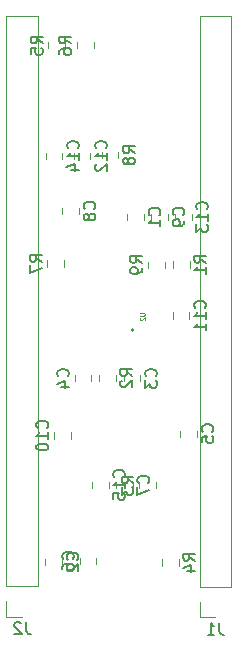
<source format=gbr>
%TF.GenerationSoftware,KiCad,Pcbnew,(5.1.6)-1*%
%TF.CreationDate,2020-09-14T14:29:29+02:00*%
%TF.ProjectId,STM32_blue_pill,53544d33-325f-4626-9c75-655f70696c6c,rev?*%
%TF.SameCoordinates,Original*%
%TF.FileFunction,Legend,Bot*%
%TF.FilePolarity,Positive*%
%FSLAX46Y46*%
G04 Gerber Fmt 4.6, Leading zero omitted, Abs format (unit mm)*
G04 Created by KiCad (PCBNEW (5.1.6)-1) date 2020-09-14 14:29:29*
%MOMM*%
%LPD*%
G01*
G04 APERTURE LIST*
%ADD10C,0.140000*%
%ADD11C,0.120000*%
%ADD12C,0.015000*%
%ADD13C,0.150000*%
G04 APERTURE END LIST*
D10*
%TO.C,U2*%
X131350000Y-87390000D02*
G75*
G03*
X131350000Y-87390000I-70000J0D01*
G01*
D11*
%TO.C,R9*%
X132600000Y-81601422D02*
X132600000Y-82118578D01*
X134020000Y-81601422D02*
X134020000Y-82118578D01*
%TO.C,R8*%
X130100000Y-72838578D02*
X130100000Y-72321422D01*
X128680000Y-72838578D02*
X128680000Y-72321422D01*
%TO.C,R7*%
X124100000Y-81493922D02*
X124100000Y-82011078D01*
X125520000Y-81493922D02*
X125520000Y-82011078D01*
%TO.C,R6*%
X126590000Y-63031422D02*
X126590000Y-63548578D01*
X128010000Y-63031422D02*
X128010000Y-63548578D01*
%TO.C,R5*%
X124170000Y-63028922D02*
X124170000Y-63546078D01*
X125590000Y-63028922D02*
X125590000Y-63546078D01*
%TO.C,R4*%
X135200000Y-107331078D02*
X135200000Y-106813922D01*
X133780000Y-107331078D02*
X133780000Y-106813922D01*
%TO.C,R3*%
X131870000Y-100268922D02*
X131870000Y-100786078D01*
X133290000Y-100268922D02*
X133290000Y-100786078D01*
%TO.C,R2*%
X129880000Y-91711078D02*
X129880000Y-91193922D01*
X128460000Y-91711078D02*
X128460000Y-91193922D01*
%TO.C,R1*%
X136140000Y-82098578D02*
X136140000Y-81581422D01*
X134720000Y-82098578D02*
X134720000Y-81581422D01*
%TO.C,J2*%
X120620000Y-60760000D02*
X123280000Y-60760000D01*
X120620000Y-109080000D02*
X120620000Y-60760000D01*
X123280000Y-109080000D02*
X123280000Y-60760000D01*
X120620000Y-109080000D02*
X123280000Y-109080000D01*
X120620000Y-110350000D02*
X120620000Y-111680000D01*
X120620000Y-111680000D02*
X121950000Y-111680000D01*
%TO.C,J1*%
X136990000Y-60800000D02*
X139650000Y-60800000D01*
X136990000Y-109120000D02*
X136990000Y-60800000D01*
X139650000Y-109120000D02*
X139650000Y-60800000D01*
X136990000Y-109120000D02*
X139650000Y-109120000D01*
X136990000Y-110390000D02*
X136990000Y-111720000D01*
X136990000Y-111720000D02*
X138320000Y-111720000D01*
%TO.C,C15*%
X129270000Y-100741078D02*
X129270000Y-100223922D01*
X127850000Y-100741078D02*
X127850000Y-100223922D01*
%TO.C,C14*%
X125360000Y-72906078D02*
X125360000Y-72388922D01*
X123940000Y-72906078D02*
X123940000Y-72388922D01*
%TO.C,C13*%
X136300000Y-78066078D02*
X136300000Y-77548922D01*
X134880000Y-78066078D02*
X134880000Y-77548922D01*
%TO.C,C12*%
X127740000Y-72906078D02*
X127740000Y-72388922D01*
X126320000Y-72906078D02*
X126320000Y-72388922D01*
%TO.C,C11*%
X136110000Y-86411078D02*
X136110000Y-85893922D01*
X134690000Y-86411078D02*
X134690000Y-85893922D01*
%TO.C,C10*%
X124650000Y-96053922D02*
X124650000Y-96571078D01*
X126070000Y-96053922D02*
X126070000Y-96571078D01*
%TO.C,C9*%
X134300000Y-78066078D02*
X134300000Y-77548922D01*
X132880000Y-78066078D02*
X132880000Y-77548922D01*
%TO.C,C8*%
X126770000Y-77568578D02*
X126770000Y-77051422D01*
X125350000Y-77568578D02*
X125350000Y-77051422D01*
%TO.C,C7*%
X131320000Y-100756078D02*
X131320000Y-100238922D01*
X129900000Y-100756078D02*
X129900000Y-100238922D01*
%TO.C,C6*%
X126820000Y-106683922D02*
X126820000Y-107201078D01*
X128240000Y-106683922D02*
X128240000Y-107201078D01*
%TO.C,C5*%
X136750000Y-96421078D02*
X136750000Y-95903922D01*
X135330000Y-96421078D02*
X135330000Y-95903922D01*
%TO.C,C4*%
X126400000Y-91223922D02*
X126400000Y-91741078D01*
X127820000Y-91223922D02*
X127820000Y-91741078D01*
%TO.C,C3*%
X131970000Y-91741078D02*
X131970000Y-91223922D01*
X130550000Y-91741078D02*
X130550000Y-91223922D01*
%TO.C,C2*%
X125330000Y-107286078D02*
X125330000Y-106768922D01*
X123910000Y-107286078D02*
X123910000Y-106768922D01*
%TO.C,C1*%
X132270000Y-78088578D02*
X132270000Y-77571422D01*
X130850000Y-78088578D02*
X130850000Y-77571422D01*
%TO.C,U2*%
D12*
X131921003Y-85939885D02*
X132240656Y-85939885D01*
X132278262Y-85958688D01*
X132297065Y-85977491D01*
X132315868Y-86015097D01*
X132315868Y-86090310D01*
X132297065Y-86127916D01*
X132278262Y-86146719D01*
X132240656Y-86165522D01*
X131921003Y-86165522D01*
X131958609Y-86334750D02*
X131939806Y-86353553D01*
X131921003Y-86391159D01*
X131921003Y-86485175D01*
X131939806Y-86522781D01*
X131958609Y-86541584D01*
X131996215Y-86560387D01*
X132033821Y-86560387D01*
X132090231Y-86541584D01*
X132315868Y-86315947D01*
X132315868Y-86560387D01*
%TO.C,R9*%
D13*
X132112380Y-81693333D02*
X131636190Y-81360000D01*
X132112380Y-81121904D02*
X131112380Y-81121904D01*
X131112380Y-81502857D01*
X131160000Y-81598095D01*
X131207619Y-81645714D01*
X131302857Y-81693333D01*
X131445714Y-81693333D01*
X131540952Y-81645714D01*
X131588571Y-81598095D01*
X131636190Y-81502857D01*
X131636190Y-81121904D01*
X132112380Y-82169523D02*
X132112380Y-82360000D01*
X132064761Y-82455238D01*
X132017142Y-82502857D01*
X131874285Y-82598095D01*
X131683809Y-82645714D01*
X131302857Y-82645714D01*
X131207619Y-82598095D01*
X131160000Y-82550476D01*
X131112380Y-82455238D01*
X131112380Y-82264761D01*
X131160000Y-82169523D01*
X131207619Y-82121904D01*
X131302857Y-82074285D01*
X131540952Y-82074285D01*
X131636190Y-82121904D01*
X131683809Y-82169523D01*
X131731428Y-82264761D01*
X131731428Y-82455238D01*
X131683809Y-82550476D01*
X131636190Y-82598095D01*
X131540952Y-82645714D01*
%TO.C,R8*%
X131492380Y-72413333D02*
X131016190Y-72080000D01*
X131492380Y-71841904D02*
X130492380Y-71841904D01*
X130492380Y-72222857D01*
X130540000Y-72318095D01*
X130587619Y-72365714D01*
X130682857Y-72413333D01*
X130825714Y-72413333D01*
X130920952Y-72365714D01*
X130968571Y-72318095D01*
X131016190Y-72222857D01*
X131016190Y-71841904D01*
X130920952Y-72984761D02*
X130873333Y-72889523D01*
X130825714Y-72841904D01*
X130730476Y-72794285D01*
X130682857Y-72794285D01*
X130587619Y-72841904D01*
X130540000Y-72889523D01*
X130492380Y-72984761D01*
X130492380Y-73175238D01*
X130540000Y-73270476D01*
X130587619Y-73318095D01*
X130682857Y-73365714D01*
X130730476Y-73365714D01*
X130825714Y-73318095D01*
X130873333Y-73270476D01*
X130920952Y-73175238D01*
X130920952Y-72984761D01*
X130968571Y-72889523D01*
X131016190Y-72841904D01*
X131111428Y-72794285D01*
X131301904Y-72794285D01*
X131397142Y-72841904D01*
X131444761Y-72889523D01*
X131492380Y-72984761D01*
X131492380Y-73175238D01*
X131444761Y-73270476D01*
X131397142Y-73318095D01*
X131301904Y-73365714D01*
X131111428Y-73365714D01*
X131016190Y-73318095D01*
X130968571Y-73270476D01*
X130920952Y-73175238D01*
%TO.C,R7*%
X123612380Y-81585833D02*
X123136190Y-81252500D01*
X123612380Y-81014404D02*
X122612380Y-81014404D01*
X122612380Y-81395357D01*
X122660000Y-81490595D01*
X122707619Y-81538214D01*
X122802857Y-81585833D01*
X122945714Y-81585833D01*
X123040952Y-81538214D01*
X123088571Y-81490595D01*
X123136190Y-81395357D01*
X123136190Y-81014404D01*
X122612380Y-81919166D02*
X122612380Y-82585833D01*
X123612380Y-82157261D01*
%TO.C,R6*%
X126102380Y-63123333D02*
X125626190Y-62790000D01*
X126102380Y-62551904D02*
X125102380Y-62551904D01*
X125102380Y-62932857D01*
X125150000Y-63028095D01*
X125197619Y-63075714D01*
X125292857Y-63123333D01*
X125435714Y-63123333D01*
X125530952Y-63075714D01*
X125578571Y-63028095D01*
X125626190Y-62932857D01*
X125626190Y-62551904D01*
X125102380Y-63980476D02*
X125102380Y-63790000D01*
X125150000Y-63694761D01*
X125197619Y-63647142D01*
X125340476Y-63551904D01*
X125530952Y-63504285D01*
X125911904Y-63504285D01*
X126007142Y-63551904D01*
X126054761Y-63599523D01*
X126102380Y-63694761D01*
X126102380Y-63885238D01*
X126054761Y-63980476D01*
X126007142Y-64028095D01*
X125911904Y-64075714D01*
X125673809Y-64075714D01*
X125578571Y-64028095D01*
X125530952Y-63980476D01*
X125483333Y-63885238D01*
X125483333Y-63694761D01*
X125530952Y-63599523D01*
X125578571Y-63551904D01*
X125673809Y-63504285D01*
%TO.C,R5*%
X123682380Y-63120833D02*
X123206190Y-62787500D01*
X123682380Y-62549404D02*
X122682380Y-62549404D01*
X122682380Y-62930357D01*
X122730000Y-63025595D01*
X122777619Y-63073214D01*
X122872857Y-63120833D01*
X123015714Y-63120833D01*
X123110952Y-63073214D01*
X123158571Y-63025595D01*
X123206190Y-62930357D01*
X123206190Y-62549404D01*
X122682380Y-64025595D02*
X122682380Y-63549404D01*
X123158571Y-63501785D01*
X123110952Y-63549404D01*
X123063333Y-63644642D01*
X123063333Y-63882738D01*
X123110952Y-63977976D01*
X123158571Y-64025595D01*
X123253809Y-64073214D01*
X123491904Y-64073214D01*
X123587142Y-64025595D01*
X123634761Y-63977976D01*
X123682380Y-63882738D01*
X123682380Y-63644642D01*
X123634761Y-63549404D01*
X123587142Y-63501785D01*
%TO.C,R4*%
X136592380Y-106905833D02*
X136116190Y-106572500D01*
X136592380Y-106334404D02*
X135592380Y-106334404D01*
X135592380Y-106715357D01*
X135640000Y-106810595D01*
X135687619Y-106858214D01*
X135782857Y-106905833D01*
X135925714Y-106905833D01*
X136020952Y-106858214D01*
X136068571Y-106810595D01*
X136116190Y-106715357D01*
X136116190Y-106334404D01*
X135925714Y-107762976D02*
X136592380Y-107762976D01*
X135544761Y-107524880D02*
X136259047Y-107286785D01*
X136259047Y-107905833D01*
%TO.C,R3*%
X131382380Y-100360833D02*
X130906190Y-100027500D01*
X131382380Y-99789404D02*
X130382380Y-99789404D01*
X130382380Y-100170357D01*
X130430000Y-100265595D01*
X130477619Y-100313214D01*
X130572857Y-100360833D01*
X130715714Y-100360833D01*
X130810952Y-100313214D01*
X130858571Y-100265595D01*
X130906190Y-100170357D01*
X130906190Y-99789404D01*
X130382380Y-100694166D02*
X130382380Y-101313214D01*
X130763333Y-100979880D01*
X130763333Y-101122738D01*
X130810952Y-101217976D01*
X130858571Y-101265595D01*
X130953809Y-101313214D01*
X131191904Y-101313214D01*
X131287142Y-101265595D01*
X131334761Y-101217976D01*
X131382380Y-101122738D01*
X131382380Y-100837023D01*
X131334761Y-100741785D01*
X131287142Y-100694166D01*
%TO.C,R2*%
X131272380Y-91285833D02*
X130796190Y-90952500D01*
X131272380Y-90714404D02*
X130272380Y-90714404D01*
X130272380Y-91095357D01*
X130320000Y-91190595D01*
X130367619Y-91238214D01*
X130462857Y-91285833D01*
X130605714Y-91285833D01*
X130700952Y-91238214D01*
X130748571Y-91190595D01*
X130796190Y-91095357D01*
X130796190Y-90714404D01*
X130367619Y-91666785D02*
X130320000Y-91714404D01*
X130272380Y-91809642D01*
X130272380Y-92047738D01*
X130320000Y-92142976D01*
X130367619Y-92190595D01*
X130462857Y-92238214D01*
X130558095Y-92238214D01*
X130700952Y-92190595D01*
X131272380Y-91619166D01*
X131272380Y-92238214D01*
%TO.C,R1*%
X137532380Y-81673333D02*
X137056190Y-81340000D01*
X137532380Y-81101904D02*
X136532380Y-81101904D01*
X136532380Y-81482857D01*
X136580000Y-81578095D01*
X136627619Y-81625714D01*
X136722857Y-81673333D01*
X136865714Y-81673333D01*
X136960952Y-81625714D01*
X137008571Y-81578095D01*
X137056190Y-81482857D01*
X137056190Y-81101904D01*
X137532380Y-82625714D02*
X137532380Y-82054285D01*
X137532380Y-82340000D02*
X136532380Y-82340000D01*
X136675238Y-82244761D01*
X136770476Y-82149523D01*
X136818095Y-82054285D01*
%TO.C,J2*%
X122283333Y-112132380D02*
X122283333Y-112846666D01*
X122330952Y-112989523D01*
X122426190Y-113084761D01*
X122569047Y-113132380D01*
X122664285Y-113132380D01*
X121854761Y-112227619D02*
X121807142Y-112180000D01*
X121711904Y-112132380D01*
X121473809Y-112132380D01*
X121378571Y-112180000D01*
X121330952Y-112227619D01*
X121283333Y-112322857D01*
X121283333Y-112418095D01*
X121330952Y-112560952D01*
X121902380Y-113132380D01*
X121283333Y-113132380D01*
%TO.C,J1*%
X138653333Y-112172380D02*
X138653333Y-112886666D01*
X138700952Y-113029523D01*
X138796190Y-113124761D01*
X138939047Y-113172380D01*
X139034285Y-113172380D01*
X137653333Y-113172380D02*
X138224761Y-113172380D01*
X137939047Y-113172380D02*
X137939047Y-112172380D01*
X138034285Y-112315238D01*
X138129523Y-112410476D01*
X138224761Y-112458095D01*
%TO.C,C15*%
X130567142Y-99839642D02*
X130614761Y-99792023D01*
X130662380Y-99649166D01*
X130662380Y-99553928D01*
X130614761Y-99411071D01*
X130519523Y-99315833D01*
X130424285Y-99268214D01*
X130233809Y-99220595D01*
X130090952Y-99220595D01*
X129900476Y-99268214D01*
X129805238Y-99315833D01*
X129710000Y-99411071D01*
X129662380Y-99553928D01*
X129662380Y-99649166D01*
X129710000Y-99792023D01*
X129757619Y-99839642D01*
X130662380Y-100792023D02*
X130662380Y-100220595D01*
X130662380Y-100506309D02*
X129662380Y-100506309D01*
X129805238Y-100411071D01*
X129900476Y-100315833D01*
X129948095Y-100220595D01*
X129662380Y-101696785D02*
X129662380Y-101220595D01*
X130138571Y-101172976D01*
X130090952Y-101220595D01*
X130043333Y-101315833D01*
X130043333Y-101553928D01*
X130090952Y-101649166D01*
X130138571Y-101696785D01*
X130233809Y-101744404D01*
X130471904Y-101744404D01*
X130567142Y-101696785D01*
X130614761Y-101649166D01*
X130662380Y-101553928D01*
X130662380Y-101315833D01*
X130614761Y-101220595D01*
X130567142Y-101172976D01*
%TO.C,C14*%
X126657142Y-72004642D02*
X126704761Y-71957023D01*
X126752380Y-71814166D01*
X126752380Y-71718928D01*
X126704761Y-71576071D01*
X126609523Y-71480833D01*
X126514285Y-71433214D01*
X126323809Y-71385595D01*
X126180952Y-71385595D01*
X125990476Y-71433214D01*
X125895238Y-71480833D01*
X125800000Y-71576071D01*
X125752380Y-71718928D01*
X125752380Y-71814166D01*
X125800000Y-71957023D01*
X125847619Y-72004642D01*
X126752380Y-72957023D02*
X126752380Y-72385595D01*
X126752380Y-72671309D02*
X125752380Y-72671309D01*
X125895238Y-72576071D01*
X125990476Y-72480833D01*
X126038095Y-72385595D01*
X126085714Y-73814166D02*
X126752380Y-73814166D01*
X125704761Y-73576071D02*
X126419047Y-73337976D01*
X126419047Y-73957023D01*
%TO.C,C13*%
X137597142Y-77164642D02*
X137644761Y-77117023D01*
X137692380Y-76974166D01*
X137692380Y-76878928D01*
X137644761Y-76736071D01*
X137549523Y-76640833D01*
X137454285Y-76593214D01*
X137263809Y-76545595D01*
X137120952Y-76545595D01*
X136930476Y-76593214D01*
X136835238Y-76640833D01*
X136740000Y-76736071D01*
X136692380Y-76878928D01*
X136692380Y-76974166D01*
X136740000Y-77117023D01*
X136787619Y-77164642D01*
X137692380Y-78117023D02*
X137692380Y-77545595D01*
X137692380Y-77831309D02*
X136692380Y-77831309D01*
X136835238Y-77736071D01*
X136930476Y-77640833D01*
X136978095Y-77545595D01*
X136692380Y-78450357D02*
X136692380Y-79069404D01*
X137073333Y-78736071D01*
X137073333Y-78878928D01*
X137120952Y-78974166D01*
X137168571Y-79021785D01*
X137263809Y-79069404D01*
X137501904Y-79069404D01*
X137597142Y-79021785D01*
X137644761Y-78974166D01*
X137692380Y-78878928D01*
X137692380Y-78593214D01*
X137644761Y-78497976D01*
X137597142Y-78450357D01*
%TO.C,C12*%
X129037142Y-72004642D02*
X129084761Y-71957023D01*
X129132380Y-71814166D01*
X129132380Y-71718928D01*
X129084761Y-71576071D01*
X128989523Y-71480833D01*
X128894285Y-71433214D01*
X128703809Y-71385595D01*
X128560952Y-71385595D01*
X128370476Y-71433214D01*
X128275238Y-71480833D01*
X128180000Y-71576071D01*
X128132380Y-71718928D01*
X128132380Y-71814166D01*
X128180000Y-71957023D01*
X128227619Y-72004642D01*
X129132380Y-72957023D02*
X129132380Y-72385595D01*
X129132380Y-72671309D02*
X128132380Y-72671309D01*
X128275238Y-72576071D01*
X128370476Y-72480833D01*
X128418095Y-72385595D01*
X128227619Y-73337976D02*
X128180000Y-73385595D01*
X128132380Y-73480833D01*
X128132380Y-73718928D01*
X128180000Y-73814166D01*
X128227619Y-73861785D01*
X128322857Y-73909404D01*
X128418095Y-73909404D01*
X128560952Y-73861785D01*
X129132380Y-73290357D01*
X129132380Y-73909404D01*
%TO.C,C11*%
X137407142Y-85509642D02*
X137454761Y-85462023D01*
X137502380Y-85319166D01*
X137502380Y-85223928D01*
X137454761Y-85081071D01*
X137359523Y-84985833D01*
X137264285Y-84938214D01*
X137073809Y-84890595D01*
X136930952Y-84890595D01*
X136740476Y-84938214D01*
X136645238Y-84985833D01*
X136550000Y-85081071D01*
X136502380Y-85223928D01*
X136502380Y-85319166D01*
X136550000Y-85462023D01*
X136597619Y-85509642D01*
X137502380Y-86462023D02*
X137502380Y-85890595D01*
X137502380Y-86176309D02*
X136502380Y-86176309D01*
X136645238Y-86081071D01*
X136740476Y-85985833D01*
X136788095Y-85890595D01*
X137502380Y-87414404D02*
X137502380Y-86842976D01*
X137502380Y-87128690D02*
X136502380Y-87128690D01*
X136645238Y-87033452D01*
X136740476Y-86938214D01*
X136788095Y-86842976D01*
%TO.C,C10*%
X124067142Y-95669642D02*
X124114761Y-95622023D01*
X124162380Y-95479166D01*
X124162380Y-95383928D01*
X124114761Y-95241071D01*
X124019523Y-95145833D01*
X123924285Y-95098214D01*
X123733809Y-95050595D01*
X123590952Y-95050595D01*
X123400476Y-95098214D01*
X123305238Y-95145833D01*
X123210000Y-95241071D01*
X123162380Y-95383928D01*
X123162380Y-95479166D01*
X123210000Y-95622023D01*
X123257619Y-95669642D01*
X124162380Y-96622023D02*
X124162380Y-96050595D01*
X124162380Y-96336309D02*
X123162380Y-96336309D01*
X123305238Y-96241071D01*
X123400476Y-96145833D01*
X123448095Y-96050595D01*
X123162380Y-97241071D02*
X123162380Y-97336309D01*
X123210000Y-97431547D01*
X123257619Y-97479166D01*
X123352857Y-97526785D01*
X123543333Y-97574404D01*
X123781428Y-97574404D01*
X123971904Y-97526785D01*
X124067142Y-97479166D01*
X124114761Y-97431547D01*
X124162380Y-97336309D01*
X124162380Y-97241071D01*
X124114761Y-97145833D01*
X124067142Y-97098214D01*
X123971904Y-97050595D01*
X123781428Y-97002976D01*
X123543333Y-97002976D01*
X123352857Y-97050595D01*
X123257619Y-97098214D01*
X123210000Y-97145833D01*
X123162380Y-97241071D01*
%TO.C,C9*%
X135597142Y-77640833D02*
X135644761Y-77593214D01*
X135692380Y-77450357D01*
X135692380Y-77355119D01*
X135644761Y-77212261D01*
X135549523Y-77117023D01*
X135454285Y-77069404D01*
X135263809Y-77021785D01*
X135120952Y-77021785D01*
X134930476Y-77069404D01*
X134835238Y-77117023D01*
X134740000Y-77212261D01*
X134692380Y-77355119D01*
X134692380Y-77450357D01*
X134740000Y-77593214D01*
X134787619Y-77640833D01*
X135692380Y-78117023D02*
X135692380Y-78307500D01*
X135644761Y-78402738D01*
X135597142Y-78450357D01*
X135454285Y-78545595D01*
X135263809Y-78593214D01*
X134882857Y-78593214D01*
X134787619Y-78545595D01*
X134740000Y-78497976D01*
X134692380Y-78402738D01*
X134692380Y-78212261D01*
X134740000Y-78117023D01*
X134787619Y-78069404D01*
X134882857Y-78021785D01*
X135120952Y-78021785D01*
X135216190Y-78069404D01*
X135263809Y-78117023D01*
X135311428Y-78212261D01*
X135311428Y-78402738D01*
X135263809Y-78497976D01*
X135216190Y-78545595D01*
X135120952Y-78593214D01*
%TO.C,C8*%
X128067142Y-77143333D02*
X128114761Y-77095714D01*
X128162380Y-76952857D01*
X128162380Y-76857619D01*
X128114761Y-76714761D01*
X128019523Y-76619523D01*
X127924285Y-76571904D01*
X127733809Y-76524285D01*
X127590952Y-76524285D01*
X127400476Y-76571904D01*
X127305238Y-76619523D01*
X127210000Y-76714761D01*
X127162380Y-76857619D01*
X127162380Y-76952857D01*
X127210000Y-77095714D01*
X127257619Y-77143333D01*
X127590952Y-77714761D02*
X127543333Y-77619523D01*
X127495714Y-77571904D01*
X127400476Y-77524285D01*
X127352857Y-77524285D01*
X127257619Y-77571904D01*
X127210000Y-77619523D01*
X127162380Y-77714761D01*
X127162380Y-77905238D01*
X127210000Y-78000476D01*
X127257619Y-78048095D01*
X127352857Y-78095714D01*
X127400476Y-78095714D01*
X127495714Y-78048095D01*
X127543333Y-78000476D01*
X127590952Y-77905238D01*
X127590952Y-77714761D01*
X127638571Y-77619523D01*
X127686190Y-77571904D01*
X127781428Y-77524285D01*
X127971904Y-77524285D01*
X128067142Y-77571904D01*
X128114761Y-77619523D01*
X128162380Y-77714761D01*
X128162380Y-77905238D01*
X128114761Y-78000476D01*
X128067142Y-78048095D01*
X127971904Y-78095714D01*
X127781428Y-78095714D01*
X127686190Y-78048095D01*
X127638571Y-78000476D01*
X127590952Y-77905238D01*
%TO.C,C7*%
X132617142Y-100330833D02*
X132664761Y-100283214D01*
X132712380Y-100140357D01*
X132712380Y-100045119D01*
X132664761Y-99902261D01*
X132569523Y-99807023D01*
X132474285Y-99759404D01*
X132283809Y-99711785D01*
X132140952Y-99711785D01*
X131950476Y-99759404D01*
X131855238Y-99807023D01*
X131760000Y-99902261D01*
X131712380Y-100045119D01*
X131712380Y-100140357D01*
X131760000Y-100283214D01*
X131807619Y-100330833D01*
X131712380Y-100664166D02*
X131712380Y-101330833D01*
X132712380Y-100902261D01*
%TO.C,C6*%
X126237142Y-106775833D02*
X126284761Y-106728214D01*
X126332380Y-106585357D01*
X126332380Y-106490119D01*
X126284761Y-106347261D01*
X126189523Y-106252023D01*
X126094285Y-106204404D01*
X125903809Y-106156785D01*
X125760952Y-106156785D01*
X125570476Y-106204404D01*
X125475238Y-106252023D01*
X125380000Y-106347261D01*
X125332380Y-106490119D01*
X125332380Y-106585357D01*
X125380000Y-106728214D01*
X125427619Y-106775833D01*
X125332380Y-107632976D02*
X125332380Y-107442500D01*
X125380000Y-107347261D01*
X125427619Y-107299642D01*
X125570476Y-107204404D01*
X125760952Y-107156785D01*
X126141904Y-107156785D01*
X126237142Y-107204404D01*
X126284761Y-107252023D01*
X126332380Y-107347261D01*
X126332380Y-107537738D01*
X126284761Y-107632976D01*
X126237142Y-107680595D01*
X126141904Y-107728214D01*
X125903809Y-107728214D01*
X125808571Y-107680595D01*
X125760952Y-107632976D01*
X125713333Y-107537738D01*
X125713333Y-107347261D01*
X125760952Y-107252023D01*
X125808571Y-107204404D01*
X125903809Y-107156785D01*
%TO.C,C5*%
X138047142Y-95995833D02*
X138094761Y-95948214D01*
X138142380Y-95805357D01*
X138142380Y-95710119D01*
X138094761Y-95567261D01*
X137999523Y-95472023D01*
X137904285Y-95424404D01*
X137713809Y-95376785D01*
X137570952Y-95376785D01*
X137380476Y-95424404D01*
X137285238Y-95472023D01*
X137190000Y-95567261D01*
X137142380Y-95710119D01*
X137142380Y-95805357D01*
X137190000Y-95948214D01*
X137237619Y-95995833D01*
X137142380Y-96900595D02*
X137142380Y-96424404D01*
X137618571Y-96376785D01*
X137570952Y-96424404D01*
X137523333Y-96519642D01*
X137523333Y-96757738D01*
X137570952Y-96852976D01*
X137618571Y-96900595D01*
X137713809Y-96948214D01*
X137951904Y-96948214D01*
X138047142Y-96900595D01*
X138094761Y-96852976D01*
X138142380Y-96757738D01*
X138142380Y-96519642D01*
X138094761Y-96424404D01*
X138047142Y-96376785D01*
%TO.C,C4*%
X125817142Y-91315833D02*
X125864761Y-91268214D01*
X125912380Y-91125357D01*
X125912380Y-91030119D01*
X125864761Y-90887261D01*
X125769523Y-90792023D01*
X125674285Y-90744404D01*
X125483809Y-90696785D01*
X125340952Y-90696785D01*
X125150476Y-90744404D01*
X125055238Y-90792023D01*
X124960000Y-90887261D01*
X124912380Y-91030119D01*
X124912380Y-91125357D01*
X124960000Y-91268214D01*
X125007619Y-91315833D01*
X125245714Y-92172976D02*
X125912380Y-92172976D01*
X124864761Y-91934880D02*
X125579047Y-91696785D01*
X125579047Y-92315833D01*
%TO.C,C3*%
X133267142Y-91315833D02*
X133314761Y-91268214D01*
X133362380Y-91125357D01*
X133362380Y-91030119D01*
X133314761Y-90887261D01*
X133219523Y-90792023D01*
X133124285Y-90744404D01*
X132933809Y-90696785D01*
X132790952Y-90696785D01*
X132600476Y-90744404D01*
X132505238Y-90792023D01*
X132410000Y-90887261D01*
X132362380Y-91030119D01*
X132362380Y-91125357D01*
X132410000Y-91268214D01*
X132457619Y-91315833D01*
X132362380Y-91649166D02*
X132362380Y-92268214D01*
X132743333Y-91934880D01*
X132743333Y-92077738D01*
X132790952Y-92172976D01*
X132838571Y-92220595D01*
X132933809Y-92268214D01*
X133171904Y-92268214D01*
X133267142Y-92220595D01*
X133314761Y-92172976D01*
X133362380Y-92077738D01*
X133362380Y-91792023D01*
X133314761Y-91696785D01*
X133267142Y-91649166D01*
%TO.C,C2*%
X126627142Y-106860833D02*
X126674761Y-106813214D01*
X126722380Y-106670357D01*
X126722380Y-106575119D01*
X126674761Y-106432261D01*
X126579523Y-106337023D01*
X126484285Y-106289404D01*
X126293809Y-106241785D01*
X126150952Y-106241785D01*
X125960476Y-106289404D01*
X125865238Y-106337023D01*
X125770000Y-106432261D01*
X125722380Y-106575119D01*
X125722380Y-106670357D01*
X125770000Y-106813214D01*
X125817619Y-106860833D01*
X125817619Y-107241785D02*
X125770000Y-107289404D01*
X125722380Y-107384642D01*
X125722380Y-107622738D01*
X125770000Y-107717976D01*
X125817619Y-107765595D01*
X125912857Y-107813214D01*
X126008095Y-107813214D01*
X126150952Y-107765595D01*
X126722380Y-107194166D01*
X126722380Y-107813214D01*
%TO.C,C1*%
X133567142Y-77663333D02*
X133614761Y-77615714D01*
X133662380Y-77472857D01*
X133662380Y-77377619D01*
X133614761Y-77234761D01*
X133519523Y-77139523D01*
X133424285Y-77091904D01*
X133233809Y-77044285D01*
X133090952Y-77044285D01*
X132900476Y-77091904D01*
X132805238Y-77139523D01*
X132710000Y-77234761D01*
X132662380Y-77377619D01*
X132662380Y-77472857D01*
X132710000Y-77615714D01*
X132757619Y-77663333D01*
X133662380Y-78615714D02*
X133662380Y-78044285D01*
X133662380Y-78330000D02*
X132662380Y-78330000D01*
X132805238Y-78234761D01*
X132900476Y-78139523D01*
X132948095Y-78044285D01*
%TD*%
M02*

</source>
